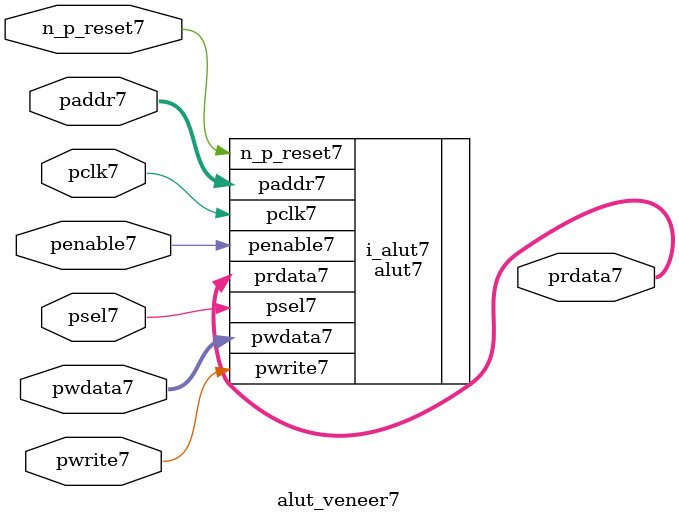
<source format=v>
module alut_veneer7
(   
   // Inputs7
   pclk7,
   n_p_reset7,
   psel7,            
   penable7,       
   pwrite7,         
   paddr7,           
   pwdata7,          

   // Outputs7
   prdata7  
);

   // APB7 Inputs7
   input             pclk7;               // APB7 clock7                          
   input             n_p_reset7;          // Reset7                              
   input             psel7;               // Module7 select7 signal7               
   input             penable7;            // Enable7 signal7                      
   input             pwrite7;             // Write when HIGH7 and read when LOW7  
   input [6:0]       paddr7;              // Address bus for read write         
   input [31:0]      pwdata7;             // APB7 write bus                      

   output [31:0]     prdata7;             // APB7 read bus                       


//-----------------------------------------------------------------------
//##############################################################################
// if the ALUT7 is NOT7 black7 boxed7 
//##############################################################################
`ifndef FV_KIT_BLACK_BOX_LUT7 


alut7 i_alut7 (
        //inputs7
        . n_p_reset7(n_p_reset7),
        . pclk7(pclk7),
        . psel7(psel7),
        . penable7(penable7),
        . pwrite7(pwrite7),
        . paddr7(paddr7[6:0]),
        . pwdata7(pwdata7),

        //outputs7
        . prdata7(prdata7)
);


`else 
//##############################################################################
// if the <module> is black7 boxed7 
//##############################################################################

   // APB7 Inputs7
   wire              pclk7;               // APB7 clock7                          
   wire              n_p_reset7;          // Reset7                              
   wire              psel7;               // Module7 select7 signal7               
   wire              penable7;            // Enable7 signal7                      
   wire              pwrite7;             // Write when HIGH7 and read when LOW7  
   wire  [6:0]       paddr7;              // Address bus for read write         
   wire  [31:0]      pwdata7;             // APB7 write bus                      

   reg   [31:0]      prdata7;             // APB7 read bus                       


`endif

endmodule

</source>
